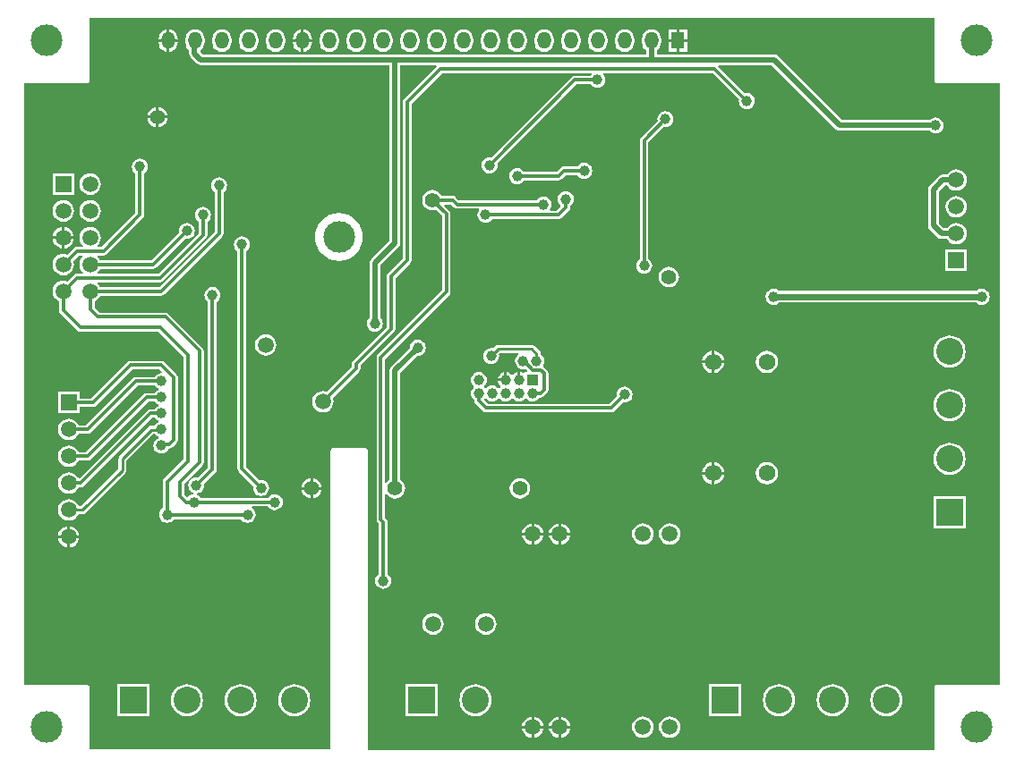
<source format=gbl>
G04 Layer_Physical_Order=2*
G04 Layer_Color=16711680*
%FSLAX23Y23*%
%MOIN*%
G70*
G01*
G75*
%ADD26C,0.010*%
%ADD27C,0.020*%
%ADD28C,0.012*%
%ADD30C,0.020*%
%ADD31C,0.024*%
%ADD36C,0.059*%
%ADD37C,0.055*%
%ADD38R,0.059X0.059*%
%ADD39C,0.118*%
%ADD40O,0.051X0.063*%
%ADD41R,0.051X0.063*%
%ADD42C,0.062*%
%ADD43C,0.039*%
%ADD44R,0.039X0.039*%
%ADD45C,0.100*%
%ADD46R,0.100X0.100*%
%ADD47R,0.100X0.100*%
G36*
X1573Y1131D02*
X1574Y1127D01*
X1576Y1124D01*
X1579Y1121D01*
X1583Y1121D01*
X1816D01*
Y-1121D01*
X1583D01*
X1579Y-1121D01*
X1576Y-1124D01*
X1574Y-1127D01*
X1573Y-1131D01*
Y-1364D01*
X-536D01*
Y-300D01*
X-536Y-300D01*
Y-249D01*
X-537Y-245D01*
X-539Y-242D01*
X-542Y-240D01*
X-546Y-239D01*
X-665D01*
X-669Y-240D01*
X-672Y-242D01*
X-674Y-245D01*
X-675Y-249D01*
Y-275D01*
X-675Y-276D01*
Y-1363D01*
X-1573D01*
Y-1131D01*
X-1574Y-1127D01*
X-1576Y-1124D01*
X-1579Y-1121D01*
X-1583Y-1121D01*
X-1815D01*
Y1121D01*
X-1583D01*
X-1579Y1121D01*
X-1576Y1124D01*
X-1574Y1127D01*
X-1573Y1131D01*
Y1363D01*
X1573D01*
Y1131D01*
D02*
G37*
%LPC*%
G36*
X1690Y-420D02*
X1570D01*
Y-540D01*
X1690D01*
Y-420D01*
D02*
G37*
G36*
X183Y-521D02*
Y-555D01*
X217D01*
X217Y-550D01*
X213Y-540D01*
X206Y-532D01*
X198Y-525D01*
X188Y-521D01*
X183Y-521D01*
D02*
G37*
G36*
X173D02*
X168Y-521D01*
X158Y-525D01*
X150Y-532D01*
X143Y-540D01*
X139Y-550D01*
X139Y-555D01*
X173D01*
Y-521D01*
D02*
G37*
G36*
X-708Y-395D02*
X-740D01*
Y-427D01*
X-735Y-427D01*
X-726Y-423D01*
X-718Y-417D01*
X-712Y-409D01*
X-708Y-400D01*
X-708Y-395D01*
D02*
G37*
G36*
X-750D02*
X-782D01*
X-782Y-400D01*
X-778Y-409D01*
X-772Y-417D01*
X-764Y-423D01*
X-755Y-427D01*
X-750Y-427D01*
Y-395D01*
D02*
G37*
G36*
X30Y-352D02*
X20Y-353D01*
X11Y-357D01*
X3Y-363D01*
X-3Y-371D01*
X-7Y-380D01*
X-8Y-390D01*
X-7Y-400D01*
X-3Y-409D01*
X3Y-417D01*
X11Y-423D01*
X20Y-427D01*
X30Y-428D01*
X40Y-427D01*
X49Y-423D01*
X57Y-417D01*
X63Y-409D01*
X67Y-400D01*
X68Y-390D01*
X67Y-380D01*
X63Y-371D01*
X57Y-363D01*
X49Y-357D01*
X40Y-353D01*
X30Y-352D01*
D02*
G37*
G36*
X83Y-521D02*
Y-555D01*
X117D01*
X117Y-550D01*
X113Y-540D01*
X106Y-532D01*
X98Y-525D01*
X88Y-521D01*
X83Y-521D01*
D02*
G37*
G36*
X217Y-565D02*
X183D01*
Y-599D01*
X188Y-599D01*
X198Y-595D01*
X206Y-588D01*
X213Y-580D01*
X217Y-570D01*
X217Y-565D01*
D02*
G37*
G36*
X173D02*
X139D01*
X139Y-570D01*
X143Y-580D01*
X150Y-588D01*
X158Y-595D01*
X168Y-599D01*
X173Y-599D01*
Y-565D01*
D02*
G37*
G36*
X117D02*
X83D01*
Y-599D01*
X88Y-599D01*
X98Y-595D01*
X106Y-588D01*
X113Y-580D01*
X117Y-570D01*
X117Y-565D01*
D02*
G37*
G36*
X73Y-521D02*
X68Y-521D01*
X58Y-525D01*
X50Y-532D01*
X43Y-540D01*
X39Y-550D01*
X39Y-555D01*
X73D01*
Y-521D01*
D02*
G37*
G36*
X-1645Y-531D02*
Y-565D01*
X-1611D01*
X-1611Y-560D01*
X-1615Y-550D01*
X-1622Y-542D01*
X-1630Y-535D01*
X-1640Y-531D01*
X-1645Y-531D01*
D02*
G37*
G36*
X-1655D02*
X-1660Y-531D01*
X-1670Y-535D01*
X-1678Y-542D01*
X-1685Y-550D01*
X-1689Y-560D01*
X-1689Y-565D01*
X-1655D01*
Y-531D01*
D02*
G37*
G36*
X-1005Y550D02*
X-1013Y549D01*
X-1020Y546D01*
X-1026Y541D01*
X-1031Y535D01*
X-1034Y528D01*
X-1035Y520D01*
X-1034Y512D01*
X-1031Y505D01*
X-1026Y499D01*
X-1021Y495D01*
Y-316D01*
X-1020Y-322D01*
X-1016Y-328D01*
X-963Y-381D01*
X-964Y-388D01*
X-963Y-395D01*
X-960Y-403D01*
X-955Y-409D01*
X-949Y-414D01*
X-941Y-417D01*
X-934Y-418D01*
X-926Y-417D01*
X-919Y-414D01*
X-912Y-409D01*
X-908Y-403D01*
X-905Y-395D01*
X-904Y-388D01*
X-905Y-380D01*
X-908Y-373D01*
X-912Y-366D01*
X-919Y-362D01*
X-926Y-359D01*
X-934Y-358D01*
X-940Y-359D01*
X-989Y-310D01*
Y495D01*
X-984Y499D01*
X-979Y505D01*
X-976Y512D01*
X-975Y520D01*
X-976Y528D01*
X-979Y535D01*
X-984Y541D01*
X-990Y546D01*
X-997Y549D01*
X-1005Y550D01*
D02*
G37*
G36*
X-28Y44D02*
X-30Y43D01*
X-38Y40D01*
X-44Y36D01*
X-49Y29D01*
X-52Y22D01*
X-52Y20D01*
X-28D01*
Y44D01*
D02*
G37*
G36*
X1630Y-20D02*
X1618Y-21D01*
X1607Y-24D01*
X1597Y-30D01*
X1587Y-37D01*
X1580Y-47D01*
X1574Y-57D01*
X1571Y-68D01*
X1570Y-80D01*
X1571Y-92D01*
X1574Y-103D01*
X1580Y-113D01*
X1587Y-123D01*
X1597Y-130D01*
X1607Y-136D01*
X1618Y-139D01*
X1630Y-140D01*
X1642Y-139D01*
X1653Y-136D01*
X1663Y-130D01*
X1673Y-123D01*
X1680Y-113D01*
X1686Y-103D01*
X1689Y-92D01*
X1690Y-80D01*
X1689Y-68D01*
X1686Y-57D01*
X1680Y-47D01*
X1673Y-37D01*
X1663Y-30D01*
X1653Y-24D01*
X1642Y-21D01*
X1630Y-20D01*
D02*
G37*
G36*
X755Y-292D02*
Y-328D01*
X791D01*
X790Y-322D01*
X786Y-312D01*
X779Y-304D01*
X771Y-297D01*
X761Y-293D01*
X755Y-292D01*
D02*
G37*
G36*
X745Y77D02*
X709D01*
X710Y71D01*
X714Y61D01*
X721Y53D01*
X729Y46D01*
X739Y42D01*
X745Y41D01*
Y77D01*
D02*
G37*
G36*
X950Y123D02*
X939Y122D01*
X929Y118D01*
X921Y111D01*
X914Y103D01*
X910Y93D01*
X909Y82D01*
X910Y71D01*
X914Y61D01*
X921Y53D01*
X929Y46D01*
X939Y42D01*
X950Y41D01*
X961Y42D01*
X971Y46D01*
X979Y53D01*
X986Y61D01*
X990Y71D01*
X991Y82D01*
X990Y93D01*
X986Y103D01*
X979Y111D01*
X971Y118D01*
X961Y122D01*
X950Y123D01*
D02*
G37*
G36*
X-1305Y86D02*
X-1420D01*
X-1426Y85D01*
X-1431Y81D01*
X-1567Y-54D01*
X-1610D01*
Y-30D01*
X-1690D01*
Y-110D01*
X-1610D01*
Y-86D01*
X-1560D01*
X-1554Y-85D01*
X-1549Y-81D01*
X-1413Y54D01*
X-1312D01*
X-1303Y45D01*
X-1305Y40D01*
X-1305Y40D01*
X-1313Y39D01*
X-1320Y36D01*
X-1326Y31D01*
X-1330Y26D01*
X-1400D01*
X-1406Y25D01*
X-1411Y21D01*
X-1587Y-154D01*
X-1614D01*
X-1615Y-150D01*
X-1622Y-142D01*
X-1630Y-135D01*
X-1640Y-131D01*
X-1650Y-130D01*
X-1660Y-131D01*
X-1670Y-135D01*
X-1678Y-142D01*
X-1685Y-150D01*
X-1689Y-160D01*
X-1690Y-170D01*
X-1689Y-180D01*
X-1685Y-190D01*
X-1678Y-198D01*
X-1670Y-205D01*
X-1660Y-209D01*
X-1650Y-210D01*
X-1640Y-209D01*
X-1630Y-205D01*
X-1622Y-198D01*
X-1615Y-190D01*
X-1614Y-186D01*
X-1580D01*
X-1574Y-185D01*
X-1569Y-181D01*
X-1393Y-6D01*
X-1330D01*
X-1326Y-11D01*
X-1320Y-16D01*
X-1317Y-17D01*
Y-23D01*
X-1320Y-24D01*
X-1326Y-29D01*
X-1330Y-34D01*
X-1360D01*
X-1366Y-35D01*
X-1371Y-39D01*
X-1587Y-254D01*
X-1614D01*
X-1615Y-250D01*
X-1622Y-242D01*
X-1630Y-235D01*
X-1640Y-231D01*
X-1650Y-230D01*
X-1660Y-231D01*
X-1670Y-235D01*
X-1678Y-242D01*
X-1685Y-250D01*
X-1689Y-260D01*
X-1690Y-270D01*
X-1689Y-280D01*
X-1685Y-290D01*
X-1678Y-298D01*
X-1670Y-305D01*
X-1660Y-309D01*
X-1650Y-310D01*
X-1640Y-309D01*
X-1630Y-305D01*
X-1622Y-298D01*
X-1615Y-290D01*
X-1614Y-286D01*
X-1580D01*
X-1574Y-285D01*
X-1569Y-281D01*
X-1353Y-66D01*
X-1330D01*
X-1326Y-71D01*
X-1320Y-76D01*
X-1317Y-77D01*
Y-83D01*
X-1320Y-84D01*
X-1326Y-89D01*
X-1330Y-94D01*
X-1345D01*
X-1351Y-95D01*
X-1356Y-99D01*
X-1609Y-352D01*
X-1615Y-350D01*
X-1615Y-350D01*
X-1622Y-342D01*
X-1630Y-335D01*
X-1640Y-331D01*
X-1650Y-330D01*
X-1660Y-331D01*
X-1670Y-335D01*
X-1678Y-342D01*
X-1685Y-350D01*
X-1689Y-360D01*
X-1690Y-370D01*
X-1689Y-380D01*
X-1685Y-390D01*
X-1678Y-398D01*
X-1670Y-405D01*
X-1660Y-409D01*
X-1650Y-410D01*
X-1640Y-409D01*
X-1630Y-405D01*
X-1622Y-398D01*
X-1615Y-390D01*
X-1614Y-386D01*
X-1605D01*
X-1599Y-385D01*
X-1594Y-381D01*
X-1338Y-126D01*
X-1330D01*
X-1326Y-131D01*
X-1320Y-136D01*
X-1317Y-137D01*
Y-143D01*
X-1320Y-144D01*
X-1326Y-149D01*
X-1331Y-155D01*
X-1331Y-156D01*
X-1341D01*
X-1347Y-157D01*
X-1352Y-160D01*
X-1461Y-269D01*
X-1464Y-274D01*
X-1465Y-280D01*
Y-315D01*
X-1605Y-455D01*
X-1614D01*
X-1615Y-450D01*
X-1622Y-442D01*
X-1630Y-435D01*
X-1640Y-431D01*
X-1650Y-430D01*
X-1660Y-431D01*
X-1670Y-435D01*
X-1678Y-442D01*
X-1685Y-450D01*
X-1689Y-460D01*
X-1690Y-470D01*
X-1689Y-480D01*
X-1685Y-490D01*
X-1678Y-498D01*
X-1670Y-505D01*
X-1660Y-509D01*
X-1650Y-510D01*
X-1640Y-509D01*
X-1630Y-505D01*
X-1622Y-498D01*
X-1615Y-490D01*
X-1614Y-485D01*
X-1599D01*
X-1593Y-484D01*
X-1588Y-481D01*
X-1439Y-332D01*
X-1436Y-327D01*
X-1435Y-321D01*
Y-286D01*
X-1335Y-186D01*
X-1330Y-187D01*
X-1326Y-191D01*
X-1320Y-196D01*
X-1317Y-197D01*
Y-203D01*
X-1320Y-204D01*
X-1326Y-209D01*
X-1331Y-215D01*
X-1334Y-222D01*
X-1335Y-230D01*
X-1334Y-238D01*
X-1331Y-245D01*
X-1326Y-251D01*
X-1320Y-256D01*
X-1313Y-259D01*
X-1305Y-260D01*
X-1297Y-259D01*
X-1290Y-256D01*
X-1284Y-251D01*
X-1279Y-245D01*
X-1278Y-241D01*
X-1275D01*
X-1268Y-240D01*
X-1263Y-236D01*
X-1249Y-222D01*
X-1245Y-217D01*
X-1244Y-210D01*
Y25D01*
X-1245Y31D01*
X-1249Y36D01*
X-1294Y81D01*
X-1299Y85D01*
X-1305Y86D01*
D02*
G37*
G36*
X745Y-292D02*
X739Y-293D01*
X729Y-297D01*
X721Y-304D01*
X714Y-312D01*
X710Y-322D01*
X709Y-328D01*
X745D01*
Y-292D01*
D02*
G37*
G36*
X950Y-292D02*
X939Y-293D01*
X929Y-297D01*
X921Y-304D01*
X914Y-312D01*
X910Y-322D01*
X909Y-333D01*
X910Y-344D01*
X914Y-354D01*
X921Y-362D01*
X929Y-369D01*
X939Y-373D01*
X950Y-374D01*
X961Y-373D01*
X971Y-369D01*
X979Y-362D01*
X986Y-354D01*
X990Y-344D01*
X991Y-333D01*
X990Y-322D01*
X986Y-312D01*
X979Y-304D01*
X971Y-297D01*
X961Y-293D01*
X950Y-292D01*
D02*
G37*
G36*
X-740Y-353D02*
Y-385D01*
X-708D01*
X-708Y-380D01*
X-712Y-371D01*
X-718Y-363D01*
X-726Y-357D01*
X-735Y-353D01*
X-740Y-353D01*
D02*
G37*
G36*
X-750D02*
X-755Y-353D01*
X-764Y-357D01*
X-772Y-363D01*
X-778Y-371D01*
X-782Y-380D01*
X-782Y-385D01*
X-750D01*
Y-353D01*
D02*
G37*
G36*
X1630Y-220D02*
X1618Y-221D01*
X1607Y-224D01*
X1597Y-230D01*
X1587Y-237D01*
X1580Y-247D01*
X1574Y-257D01*
X1571Y-268D01*
X1570Y-280D01*
X1571Y-292D01*
X1574Y-303D01*
X1580Y-313D01*
X1587Y-323D01*
X1597Y-330D01*
X1607Y-336D01*
X1618Y-339D01*
X1630Y-340D01*
X1642Y-339D01*
X1653Y-336D01*
X1663Y-330D01*
X1673Y-323D01*
X1680Y-313D01*
X1686Y-303D01*
X1689Y-292D01*
X1690Y-280D01*
X1689Y-268D01*
X1686Y-257D01*
X1680Y-247D01*
X1673Y-237D01*
X1663Y-230D01*
X1653Y-224D01*
X1642Y-221D01*
X1630Y-220D01*
D02*
G37*
G36*
X791Y-338D02*
X755D01*
Y-374D01*
X761Y-373D01*
X771Y-369D01*
X779Y-362D01*
X786Y-354D01*
X790Y-344D01*
X791Y-338D01*
D02*
G37*
G36*
X745D02*
X709D01*
X710Y-344D01*
X714Y-354D01*
X721Y-362D01*
X729Y-369D01*
X739Y-373D01*
X745Y-374D01*
Y-338D01*
D02*
G37*
G36*
X183Y-1241D02*
Y-1275D01*
X217D01*
X217Y-1270D01*
X213Y-1260D01*
X206Y-1252D01*
X198Y-1245D01*
X188Y-1241D01*
X183Y-1241D01*
D02*
G37*
G36*
X173D02*
X168Y-1241D01*
X158Y-1245D01*
X150Y-1252D01*
X143Y-1260D01*
X139Y-1270D01*
X139Y-1275D01*
X173D01*
Y-1241D01*
D02*
G37*
G36*
X83D02*
Y-1275D01*
X117D01*
X117Y-1270D01*
X113Y-1260D01*
X106Y-1252D01*
X98Y-1245D01*
X88Y-1241D01*
X83Y-1241D01*
D02*
G37*
G36*
X-810Y-1120D02*
X-822Y-1121D01*
X-833Y-1124D01*
X-843Y-1130D01*
X-853Y-1137D01*
X-860Y-1147D01*
X-866Y-1157D01*
X-869Y-1168D01*
X-870Y-1180D01*
X-869Y-1192D01*
X-866Y-1203D01*
X-860Y-1213D01*
X-853Y-1223D01*
X-843Y-1230D01*
X-833Y-1236D01*
X-822Y-1239D01*
X-810Y-1240D01*
X-798Y-1239D01*
X-787Y-1236D01*
X-777Y-1230D01*
X-767Y-1223D01*
X-760Y-1213D01*
X-754Y-1203D01*
X-751Y-1192D01*
X-750Y-1180D01*
X-751Y-1168D01*
X-754Y-1157D01*
X-760Y-1147D01*
X-767Y-1137D01*
X-777Y-1130D01*
X-787Y-1124D01*
X-798Y-1121D01*
X-810Y-1120D01*
D02*
G37*
G36*
X-1010D02*
X-1022Y-1121D01*
X-1033Y-1124D01*
X-1043Y-1130D01*
X-1053Y-1137D01*
X-1060Y-1147D01*
X-1066Y-1157D01*
X-1069Y-1168D01*
X-1070Y-1180D01*
X-1069Y-1192D01*
X-1066Y-1203D01*
X-1060Y-1213D01*
X-1053Y-1223D01*
X-1043Y-1230D01*
X-1033Y-1236D01*
X-1022Y-1239D01*
X-1010Y-1240D01*
X-998Y-1239D01*
X-987Y-1236D01*
X-977Y-1230D01*
X-967Y-1223D01*
X-960Y-1213D01*
X-954Y-1203D01*
X-951Y-1192D01*
X-950Y-1180D01*
X-951Y-1168D01*
X-954Y-1157D01*
X-960Y-1147D01*
X-967Y-1137D01*
X-977Y-1130D01*
X-987Y-1124D01*
X-998Y-1121D01*
X-1010Y-1120D01*
D02*
G37*
G36*
X-1210D02*
X-1222Y-1121D01*
X-1233Y-1124D01*
X-1243Y-1130D01*
X-1253Y-1137D01*
X-1260Y-1147D01*
X-1266Y-1157D01*
X-1269Y-1168D01*
X-1270Y-1180D01*
X-1269Y-1192D01*
X-1266Y-1203D01*
X-1260Y-1213D01*
X-1253Y-1223D01*
X-1243Y-1230D01*
X-1233Y-1236D01*
X-1222Y-1239D01*
X-1210Y-1240D01*
X-1198Y-1239D01*
X-1187Y-1236D01*
X-1177Y-1230D01*
X-1167Y-1223D01*
X-1160Y-1213D01*
X-1154Y-1203D01*
X-1151Y-1192D01*
X-1150Y-1180D01*
X-1151Y-1168D01*
X-1154Y-1157D01*
X-1160Y-1147D01*
X-1167Y-1137D01*
X-1177Y-1130D01*
X-1187Y-1124D01*
X-1198Y-1121D01*
X-1210Y-1120D01*
D02*
G37*
G36*
X73Y-1241D02*
X68Y-1241D01*
X58Y-1245D01*
X50Y-1252D01*
X43Y-1260D01*
X39Y-1270D01*
X39Y-1275D01*
X73D01*
Y-1241D01*
D02*
G37*
G36*
Y-1285D02*
X39D01*
X39Y-1290D01*
X43Y-1300D01*
X50Y-1308D01*
X58Y-1315D01*
X68Y-1319D01*
X73Y-1319D01*
Y-1285D01*
D02*
G37*
G36*
X588Y-1240D02*
X578Y-1241D01*
X568Y-1245D01*
X560Y-1252D01*
X553Y-1260D01*
X549Y-1270D01*
X548Y-1280D01*
X549Y-1290D01*
X553Y-1300D01*
X560Y-1308D01*
X568Y-1315D01*
X578Y-1319D01*
X588Y-1320D01*
X598Y-1319D01*
X608Y-1315D01*
X616Y-1308D01*
X623Y-1300D01*
X627Y-1290D01*
X628Y-1280D01*
X627Y-1270D01*
X623Y-1260D01*
X616Y-1252D01*
X608Y-1245D01*
X598Y-1241D01*
X588Y-1240D01*
D02*
G37*
G36*
X488D02*
X478Y-1241D01*
X468Y-1245D01*
X460Y-1252D01*
X453Y-1260D01*
X449Y-1270D01*
X448Y-1280D01*
X449Y-1290D01*
X453Y-1300D01*
X460Y-1308D01*
X468Y-1315D01*
X478Y-1319D01*
X488Y-1320D01*
X498Y-1319D01*
X508Y-1315D01*
X516Y-1308D01*
X523Y-1300D01*
X527Y-1290D01*
X528Y-1280D01*
X527Y-1270D01*
X523Y-1260D01*
X516Y-1252D01*
X508Y-1245D01*
X498Y-1241D01*
X488Y-1240D01*
D02*
G37*
G36*
X217Y-1285D02*
X183D01*
Y-1319D01*
X188Y-1319D01*
X198Y-1315D01*
X206Y-1308D01*
X213Y-1300D01*
X217Y-1290D01*
X217Y-1285D01*
D02*
G37*
G36*
X173D02*
X139D01*
X139Y-1290D01*
X143Y-1300D01*
X150Y-1308D01*
X158Y-1315D01*
X168Y-1319D01*
X173Y-1319D01*
Y-1285D01*
D02*
G37*
G36*
X117D02*
X83D01*
Y-1319D01*
X88Y-1319D01*
X98Y-1315D01*
X106Y-1308D01*
X113Y-1300D01*
X117Y-1290D01*
X117Y-1285D01*
D02*
G37*
G36*
X-135Y-1120D02*
X-147Y-1121D01*
X-158Y-1124D01*
X-168Y-1130D01*
X-178Y-1137D01*
X-185Y-1147D01*
X-191Y-1157D01*
X-194Y-1168D01*
X-195Y-1180D01*
X-194Y-1192D01*
X-191Y-1203D01*
X-185Y-1213D01*
X-178Y-1223D01*
X-168Y-1230D01*
X-158Y-1236D01*
X-147Y-1239D01*
X-135Y-1240D01*
X-123Y-1239D01*
X-112Y-1236D01*
X-102Y-1230D01*
X-92Y-1223D01*
X-85Y-1213D01*
X-79Y-1203D01*
X-76Y-1192D01*
X-75Y-1180D01*
X-76Y-1168D01*
X-79Y-1157D01*
X-85Y-1147D01*
X-92Y-1137D01*
X-102Y-1130D01*
X-112Y-1124D01*
X-123Y-1121D01*
X-135Y-1120D01*
D02*
G37*
G36*
X-1611Y-575D02*
X-1645D01*
Y-609D01*
X-1640Y-609D01*
X-1630Y-605D01*
X-1622Y-598D01*
X-1615Y-590D01*
X-1611Y-580D01*
X-1611Y-575D01*
D02*
G37*
G36*
X-1655D02*
X-1689D01*
X-1689Y-580D01*
X-1685Y-590D01*
X-1678Y-598D01*
X-1670Y-605D01*
X-1660Y-609D01*
X-1655Y-609D01*
Y-575D01*
D02*
G37*
G36*
X-97Y-855D02*
X-107Y-856D01*
X-117Y-860D01*
X-125Y-867D01*
X-131Y-875D01*
X-135Y-885D01*
X-136Y-895D01*
X-135Y-905D01*
X-131Y-915D01*
X-125Y-923D01*
X-117Y-930D01*
X-107Y-934D01*
X-97Y-935D01*
X-86Y-934D01*
X-77Y-930D01*
X-68Y-923D01*
X-62Y-915D01*
X-58Y-905D01*
X-57Y-895D01*
X-58Y-885D01*
X-62Y-875D01*
X-68Y-867D01*
X-77Y-860D01*
X-86Y-856D01*
X-97Y-855D01*
D02*
G37*
G36*
X73Y-565D02*
X39D01*
X39Y-570D01*
X43Y-580D01*
X50Y-588D01*
X58Y-595D01*
X68Y-599D01*
X73Y-599D01*
Y-565D01*
D02*
G37*
G36*
X588Y-520D02*
X578Y-521D01*
X568Y-525D01*
X560Y-532D01*
X553Y-540D01*
X549Y-550D01*
X548Y-560D01*
X549Y-570D01*
X553Y-580D01*
X560Y-588D01*
X568Y-595D01*
X578Y-599D01*
X588Y-600D01*
X598Y-599D01*
X608Y-595D01*
X616Y-588D01*
X623Y-580D01*
X627Y-570D01*
X628Y-560D01*
X627Y-550D01*
X623Y-540D01*
X616Y-532D01*
X608Y-525D01*
X598Y-521D01*
X588Y-520D01*
D02*
G37*
G36*
X488D02*
X478Y-521D01*
X468Y-525D01*
X460Y-532D01*
X453Y-540D01*
X449Y-550D01*
X448Y-560D01*
X449Y-570D01*
X453Y-580D01*
X460Y-588D01*
X468Y-595D01*
X478Y-599D01*
X488Y-600D01*
X498Y-599D01*
X508Y-595D01*
X516Y-588D01*
X523Y-580D01*
X527Y-570D01*
X528Y-560D01*
X527Y-550D01*
X523Y-540D01*
X516Y-532D01*
X508Y-525D01*
X498Y-521D01*
X488Y-520D01*
D02*
G37*
G36*
X-293Y-855D02*
X-304Y-856D01*
X-313Y-860D01*
X-322Y-867D01*
X-328Y-875D01*
X-332Y-885D01*
X-333Y-895D01*
X-332Y-905D01*
X-328Y-915D01*
X-322Y-923D01*
X-313Y-930D01*
X-304Y-934D01*
X-293Y-935D01*
X-283Y-934D01*
X-273Y-930D01*
X-265Y-923D01*
X-259Y-915D01*
X-255Y-905D01*
X-254Y-895D01*
X-255Y-885D01*
X-259Y-875D01*
X-265Y-867D01*
X-273Y-860D01*
X-283Y-856D01*
X-293Y-855D01*
D02*
G37*
G36*
X1395Y-1120D02*
X1383Y-1121D01*
X1372Y-1124D01*
X1362Y-1130D01*
X1352Y-1137D01*
X1345Y-1147D01*
X1339Y-1157D01*
X1336Y-1168D01*
X1335Y-1180D01*
X1336Y-1192D01*
X1339Y-1203D01*
X1345Y-1213D01*
X1352Y-1223D01*
X1362Y-1230D01*
X1372Y-1236D01*
X1383Y-1239D01*
X1395Y-1240D01*
X1407Y-1239D01*
X1418Y-1236D01*
X1428Y-1230D01*
X1438Y-1223D01*
X1445Y-1213D01*
X1451Y-1203D01*
X1454Y-1192D01*
X1455Y-1180D01*
X1454Y-1168D01*
X1451Y-1157D01*
X1445Y-1147D01*
X1438Y-1137D01*
X1428Y-1130D01*
X1418Y-1124D01*
X1407Y-1121D01*
X1395Y-1120D01*
D02*
G37*
G36*
X1195D02*
X1183Y-1121D01*
X1172Y-1124D01*
X1162Y-1130D01*
X1152Y-1137D01*
X1145Y-1147D01*
X1139Y-1157D01*
X1136Y-1168D01*
X1135Y-1180D01*
X1136Y-1192D01*
X1139Y-1203D01*
X1145Y-1213D01*
X1152Y-1223D01*
X1162Y-1230D01*
X1172Y-1236D01*
X1183Y-1239D01*
X1195Y-1240D01*
X1207Y-1239D01*
X1218Y-1236D01*
X1228Y-1230D01*
X1238Y-1223D01*
X1245Y-1213D01*
X1251Y-1203D01*
X1254Y-1192D01*
X1255Y-1180D01*
X1254Y-1168D01*
X1251Y-1157D01*
X1245Y-1147D01*
X1238Y-1137D01*
X1228Y-1130D01*
X1218Y-1124D01*
X1207Y-1121D01*
X1195Y-1120D01*
D02*
G37*
G36*
X995D02*
X983Y-1121D01*
X972Y-1124D01*
X962Y-1130D01*
X952Y-1137D01*
X945Y-1147D01*
X939Y-1157D01*
X936Y-1168D01*
X935Y-1180D01*
X936Y-1192D01*
X939Y-1203D01*
X945Y-1213D01*
X952Y-1223D01*
X962Y-1230D01*
X972Y-1236D01*
X983Y-1239D01*
X995Y-1240D01*
X1007Y-1239D01*
X1018Y-1236D01*
X1028Y-1230D01*
X1038Y-1223D01*
X1045Y-1213D01*
X1051Y-1203D01*
X1054Y-1192D01*
X1055Y-1180D01*
X1054Y-1168D01*
X1051Y-1157D01*
X1045Y-1147D01*
X1038Y-1137D01*
X1028Y-1130D01*
X1018Y-1124D01*
X1007Y-1121D01*
X995Y-1120D01*
D02*
G37*
G36*
X855Y-1120D02*
X735D01*
Y-1240D01*
X855D01*
Y-1120D01*
D02*
G37*
G36*
X-275D02*
X-395D01*
Y-1240D01*
X-275D01*
Y-1120D01*
D02*
G37*
G36*
X-1350D02*
X-1470D01*
Y-1240D01*
X-1350D01*
Y-1120D01*
D02*
G37*
G36*
X791Y77D02*
X755D01*
Y41D01*
X761Y42D01*
X771Y46D01*
X779Y53D01*
X786Y61D01*
X790Y71D01*
X791Y77D01*
D02*
G37*
G36*
X-80Y1321D02*
X-89Y1320D01*
X-97Y1317D01*
X-105Y1311D01*
X-111Y1303D01*
X-114Y1295D01*
X-115Y1285D01*
Y1274D01*
X-114Y1264D01*
X-111Y1256D01*
X-105Y1248D01*
X-97Y1243D01*
X-89Y1239D01*
X-80Y1238D01*
X-70Y1239D01*
X-62Y1243D01*
X-54Y1248D01*
X-48Y1256D01*
X-45Y1264D01*
X-44Y1274D01*
Y1285D01*
X-45Y1295D01*
X-48Y1303D01*
X-54Y1311D01*
X-62Y1317D01*
X-70Y1320D01*
X-80Y1321D01*
D02*
G37*
G36*
X-180D02*
X-189Y1320D01*
X-197Y1317D01*
X-205Y1311D01*
X-211Y1303D01*
X-214Y1295D01*
X-215Y1285D01*
Y1274D01*
X-214Y1264D01*
X-211Y1256D01*
X-205Y1248D01*
X-197Y1243D01*
X-189Y1239D01*
X-180Y1238D01*
X-170Y1239D01*
X-162Y1243D01*
X-154Y1248D01*
X-148Y1256D01*
X-145Y1264D01*
X-144Y1274D01*
Y1285D01*
X-145Y1295D01*
X-148Y1303D01*
X-154Y1311D01*
X-162Y1317D01*
X-170Y1320D01*
X-180Y1321D01*
D02*
G37*
G36*
X-280D02*
X-289Y1320D01*
X-297Y1317D01*
X-305Y1311D01*
X-311Y1303D01*
X-314Y1295D01*
X-315Y1285D01*
Y1274D01*
X-314Y1264D01*
X-311Y1256D01*
X-305Y1248D01*
X-297Y1243D01*
X-289Y1239D01*
X-280Y1238D01*
X-270Y1239D01*
X-262Y1243D01*
X-254Y1248D01*
X-248Y1256D01*
X-245Y1264D01*
X-244Y1274D01*
Y1285D01*
X-245Y1295D01*
X-248Y1303D01*
X-254Y1311D01*
X-262Y1317D01*
X-270Y1320D01*
X-280Y1321D01*
D02*
G37*
G36*
X220D02*
X211Y1320D01*
X203Y1317D01*
X195Y1311D01*
X189Y1303D01*
X186Y1295D01*
X185Y1285D01*
Y1274D01*
X186Y1264D01*
X189Y1256D01*
X195Y1248D01*
X203Y1243D01*
X211Y1239D01*
X220Y1238D01*
X230Y1239D01*
X238Y1243D01*
X246Y1248D01*
X252Y1256D01*
X255Y1264D01*
X256Y1274D01*
Y1285D01*
X255Y1295D01*
X252Y1303D01*
X246Y1311D01*
X238Y1317D01*
X230Y1320D01*
X220Y1321D01*
D02*
G37*
G36*
X120D02*
X111Y1320D01*
X103Y1317D01*
X95Y1311D01*
X89Y1303D01*
X86Y1295D01*
X85Y1285D01*
Y1274D01*
X86Y1264D01*
X89Y1256D01*
X95Y1248D01*
X103Y1243D01*
X111Y1239D01*
X120Y1238D01*
X130Y1239D01*
X138Y1243D01*
X146Y1248D01*
X152Y1256D01*
X155Y1264D01*
X156Y1274D01*
Y1285D01*
X155Y1295D01*
X152Y1303D01*
X146Y1311D01*
X138Y1317D01*
X130Y1320D01*
X120Y1321D01*
D02*
G37*
G36*
X20D02*
X11Y1320D01*
X3Y1317D01*
X-5Y1311D01*
X-11Y1303D01*
X-14Y1295D01*
X-15Y1285D01*
Y1274D01*
X-14Y1264D01*
X-11Y1256D01*
X-5Y1248D01*
X3Y1243D01*
X11Y1239D01*
X20Y1238D01*
X30Y1239D01*
X38Y1243D01*
X46Y1248D01*
X52Y1256D01*
X55Y1264D01*
X56Y1274D01*
Y1285D01*
X55Y1295D01*
X52Y1303D01*
X46Y1311D01*
X38Y1317D01*
X30Y1320D01*
X20Y1321D01*
D02*
G37*
G36*
X-380D02*
X-389Y1320D01*
X-397Y1317D01*
X-405Y1311D01*
X-411Y1303D01*
X-414Y1295D01*
X-415Y1285D01*
Y1274D01*
X-414Y1264D01*
X-411Y1256D01*
X-405Y1248D01*
X-397Y1243D01*
X-389Y1239D01*
X-380Y1238D01*
X-370Y1239D01*
X-362Y1243D01*
X-354Y1248D01*
X-348Y1256D01*
X-345Y1264D01*
X-344Y1274D01*
Y1285D01*
X-345Y1295D01*
X-348Y1303D01*
X-354Y1311D01*
X-362Y1317D01*
X-370Y1320D01*
X-380Y1321D01*
D02*
G37*
G36*
X-880D02*
X-889Y1320D01*
X-897Y1317D01*
X-905Y1311D01*
X-911Y1303D01*
X-914Y1295D01*
X-915Y1285D01*
Y1274D01*
X-914Y1264D01*
X-911Y1256D01*
X-905Y1248D01*
X-897Y1243D01*
X-889Y1239D01*
X-880Y1238D01*
X-870Y1239D01*
X-862Y1243D01*
X-854Y1248D01*
X-848Y1256D01*
X-845Y1264D01*
X-844Y1274D01*
Y1285D01*
X-845Y1295D01*
X-848Y1303D01*
X-854Y1311D01*
X-862Y1317D01*
X-870Y1320D01*
X-880Y1321D01*
D02*
G37*
G36*
X-980D02*
X-989Y1320D01*
X-997Y1317D01*
X-1005Y1311D01*
X-1011Y1303D01*
X-1014Y1295D01*
X-1015Y1285D01*
Y1274D01*
X-1014Y1264D01*
X-1011Y1256D01*
X-1005Y1248D01*
X-997Y1243D01*
X-989Y1239D01*
X-980Y1238D01*
X-970Y1239D01*
X-962Y1243D01*
X-954Y1248D01*
X-948Y1256D01*
X-945Y1264D01*
X-944Y1274D01*
Y1285D01*
X-945Y1295D01*
X-948Y1303D01*
X-954Y1311D01*
X-962Y1317D01*
X-970Y1320D01*
X-980Y1321D01*
D02*
G37*
G36*
X-1080D02*
X-1089Y1320D01*
X-1097Y1317D01*
X-1105Y1311D01*
X-1111Y1303D01*
X-1114Y1295D01*
X-1115Y1285D01*
Y1274D01*
X-1114Y1264D01*
X-1111Y1256D01*
X-1105Y1248D01*
X-1097Y1243D01*
X-1089Y1239D01*
X-1080Y1238D01*
X-1070Y1239D01*
X-1062Y1243D01*
X-1054Y1248D01*
X-1048Y1256D01*
X-1045Y1264D01*
X-1044Y1274D01*
Y1285D01*
X-1045Y1295D01*
X-1048Y1303D01*
X-1054Y1311D01*
X-1062Y1317D01*
X-1070Y1320D01*
X-1080Y1321D01*
D02*
G37*
G36*
X-480D02*
X-489Y1320D01*
X-497Y1317D01*
X-505Y1311D01*
X-511Y1303D01*
X-514Y1295D01*
X-515Y1285D01*
Y1274D01*
X-514Y1264D01*
X-511Y1256D01*
X-505Y1248D01*
X-497Y1243D01*
X-489Y1239D01*
X-480Y1238D01*
X-470Y1239D01*
X-462Y1243D01*
X-454Y1248D01*
X-448Y1256D01*
X-445Y1264D01*
X-444Y1274D01*
Y1285D01*
X-445Y1295D01*
X-448Y1303D01*
X-454Y1311D01*
X-462Y1317D01*
X-470Y1320D01*
X-480Y1321D01*
D02*
G37*
G36*
X-580D02*
X-589Y1320D01*
X-597Y1317D01*
X-605Y1311D01*
X-611Y1303D01*
X-614Y1295D01*
X-615Y1285D01*
Y1274D01*
X-614Y1264D01*
X-611Y1256D01*
X-605Y1248D01*
X-597Y1243D01*
X-589Y1239D01*
X-580Y1238D01*
X-570Y1239D01*
X-562Y1243D01*
X-554Y1248D01*
X-548Y1256D01*
X-545Y1264D01*
X-544Y1274D01*
Y1285D01*
X-545Y1295D01*
X-548Y1303D01*
X-554Y1311D01*
X-562Y1317D01*
X-570Y1320D01*
X-580Y1321D01*
D02*
G37*
G36*
X-680D02*
X-689Y1320D01*
X-697Y1317D01*
X-705Y1311D01*
X-711Y1303D01*
X-714Y1295D01*
X-715Y1285D01*
Y1274D01*
X-714Y1264D01*
X-711Y1256D01*
X-705Y1248D01*
X-697Y1243D01*
X-689Y1239D01*
X-680Y1238D01*
X-670Y1239D01*
X-662Y1243D01*
X-654Y1248D01*
X-648Y1256D01*
X-645Y1264D01*
X-644Y1274D01*
Y1285D01*
X-645Y1295D01*
X-648Y1303D01*
X-654Y1311D01*
X-662Y1317D01*
X-670Y1320D01*
X-680Y1321D01*
D02*
G37*
G36*
X320D02*
X311Y1320D01*
X303Y1317D01*
X295Y1311D01*
X289Y1303D01*
X286Y1295D01*
X285Y1285D01*
Y1274D01*
X286Y1264D01*
X289Y1256D01*
X295Y1248D01*
X303Y1243D01*
X311Y1239D01*
X320Y1238D01*
X330Y1239D01*
X338Y1243D01*
X346Y1248D01*
X352Y1256D01*
X355Y1264D01*
X356Y1274D01*
Y1285D01*
X355Y1295D01*
X352Y1303D01*
X346Y1311D01*
X338Y1317D01*
X330Y1320D01*
X320Y1321D01*
D02*
G37*
G36*
X-785Y1321D02*
X-789Y1320D01*
X-797Y1317D01*
X-805Y1311D01*
X-811Y1303D01*
X-814Y1295D01*
X-815Y1285D01*
Y1285D01*
X-785D01*
Y1321D01*
D02*
G37*
G36*
X-1275D02*
Y1285D01*
X-1244D01*
Y1285D01*
X-1245Y1295D01*
X-1248Y1303D01*
X-1254Y1311D01*
X-1262Y1317D01*
X-1270Y1320D01*
X-1275Y1321D01*
D02*
G37*
G36*
X-1285D02*
X-1289Y1320D01*
X-1297Y1317D01*
X-1305Y1311D01*
X-1311Y1303D01*
X-1314Y1295D01*
X-1315Y1285D01*
Y1285D01*
X-1285D01*
Y1321D01*
D02*
G37*
G36*
X654Y1321D02*
X624D01*
Y1285D01*
X654D01*
Y1321D01*
D02*
G37*
G36*
X614D02*
X583D01*
Y1285D01*
X614D01*
Y1321D01*
D02*
G37*
G36*
X-775Y1321D02*
Y1285D01*
X-744D01*
Y1285D01*
X-745Y1295D01*
X-748Y1303D01*
X-754Y1311D01*
X-762Y1317D01*
X-770Y1320D01*
X-775Y1321D01*
D02*
G37*
G36*
X-744Y1275D02*
X-775D01*
Y1238D01*
X-770Y1239D01*
X-762Y1243D01*
X-754Y1248D01*
X-748Y1256D01*
X-745Y1264D01*
X-744Y1274D01*
Y1275D01*
D02*
G37*
G36*
X654D02*
X624D01*
Y1238D01*
X654D01*
Y1275D01*
D02*
G37*
G36*
X614D02*
X583D01*
Y1238D01*
X614D01*
Y1275D01*
D02*
G37*
G36*
X420Y1321D02*
X411Y1320D01*
X403Y1317D01*
X395Y1311D01*
X389Y1303D01*
X386Y1295D01*
X385Y1285D01*
Y1274D01*
X386Y1264D01*
X389Y1256D01*
X395Y1248D01*
X403Y1243D01*
X411Y1239D01*
X420Y1238D01*
X430Y1239D01*
X438Y1243D01*
X446Y1248D01*
X452Y1256D01*
X455Y1264D01*
X456Y1274D01*
Y1285D01*
X455Y1295D01*
X452Y1303D01*
X446Y1311D01*
X438Y1317D01*
X430Y1320D01*
X420Y1321D01*
D02*
G37*
G36*
X-785Y1275D02*
X-815D01*
Y1274D01*
X-814Y1264D01*
X-811Y1256D01*
X-805Y1248D01*
X-797Y1243D01*
X-789Y1239D01*
X-785Y1238D01*
Y1275D01*
D02*
G37*
G36*
X-1244D02*
X-1275D01*
Y1238D01*
X-1270Y1239D01*
X-1262Y1243D01*
X-1254Y1248D01*
X-1248Y1256D01*
X-1245Y1264D01*
X-1244Y1274D01*
Y1275D01*
D02*
G37*
G36*
X-1285D02*
X-1315D01*
Y1274D01*
X-1314Y1264D01*
X-1311Y1256D01*
X-1305Y1248D01*
X-1297Y1243D01*
X-1289Y1239D01*
X-1285Y1238D01*
Y1275D01*
D02*
G37*
G36*
X520Y1321D02*
X511Y1320D01*
X503Y1317D01*
X495Y1311D01*
X489Y1303D01*
X486Y1295D01*
X485Y1285D01*
Y1274D01*
X486Y1264D01*
X489Y1256D01*
X495Y1248D01*
X500Y1244D01*
Y1229D01*
X-1151D01*
X-1160Y1239D01*
X-1160Y1244D01*
X-1154Y1248D01*
X-1148Y1256D01*
X-1145Y1264D01*
X-1144Y1274D01*
Y1285D01*
X-1145Y1295D01*
X-1148Y1303D01*
X-1154Y1311D01*
X-1162Y1317D01*
X-1170Y1320D01*
X-1180Y1321D01*
X-1189Y1320D01*
X-1197Y1317D01*
X-1205Y1311D01*
X-1211Y1303D01*
X-1214Y1295D01*
X-1215Y1285D01*
Y1274D01*
X-1214Y1264D01*
X-1211Y1256D01*
X-1205Y1248D01*
X-1201Y1245D01*
Y1231D01*
X-1200Y1223D01*
X-1195Y1217D01*
X-1173Y1195D01*
X-1167Y1190D01*
X-1159Y1189D01*
X-455D01*
Y533D01*
X-524Y464D01*
X-529Y458D01*
X-530Y450D01*
Y247D01*
X-531Y246D01*
X-536Y240D01*
X-539Y233D01*
X-540Y225D01*
X-539Y217D01*
X-536Y210D01*
X-531Y204D01*
X-525Y199D01*
X-518Y196D01*
X-510Y195D01*
X-502Y196D01*
X-495Y199D01*
X-489Y204D01*
X-484Y210D01*
X-481Y217D01*
X-480Y225D01*
X-481Y233D01*
X-484Y240D01*
X-489Y246D01*
X-490Y247D01*
Y442D01*
X-421Y511D01*
X-416Y517D01*
X-415Y525D01*
Y1189D01*
X-281D01*
X-279Y1184D01*
X-401Y1061D01*
X-405Y1056D01*
X-406Y1050D01*
Y467D01*
X-461Y411D01*
X-465Y406D01*
X-466Y400D01*
Y212D01*
X-591Y86D01*
X-595Y81D01*
X-596Y75D01*
Y65D01*
X-690Y-29D01*
X-694Y-28D01*
X-704Y-26D01*
X-714Y-28D01*
X-724Y-32D01*
X-732Y-38D01*
X-738Y-46D01*
X-742Y-56D01*
X-744Y-66D01*
X-742Y-76D01*
X-738Y-86D01*
X-732Y-94D01*
X-724Y-101D01*
X-714Y-105D01*
X-704Y-106D01*
X-694Y-105D01*
X-684Y-101D01*
X-676Y-94D01*
X-669Y-86D01*
X-665Y-76D01*
X-664Y-66D01*
X-665Y-56D01*
X-667Y-52D01*
X-569Y46D01*
X-565Y52D01*
X-564Y58D01*
Y68D01*
X-439Y194D01*
X-435Y199D01*
X-434Y205D01*
Y393D01*
X-379Y449D01*
X-375Y454D01*
X-374Y460D01*
Y1043D01*
X-258Y1159D01*
X296D01*
X298Y1154D01*
X298Y1154D01*
X294Y1149D01*
X235D01*
X229Y1148D01*
X224Y1144D01*
X-76Y844D01*
X-83Y845D01*
X-90Y844D01*
X-98Y841D01*
X-104Y836D01*
X-109Y830D01*
X-112Y823D01*
X-113Y815D01*
X-112Y807D01*
X-109Y800D01*
X-104Y794D01*
X-98Y789D01*
X-90Y786D01*
X-83Y785D01*
X-75Y786D01*
X-68Y789D01*
X-62Y794D01*
X-57Y800D01*
X-54Y807D01*
X-53Y815D01*
X-54Y821D01*
X242Y1117D01*
X294D01*
X298Y1112D01*
X304Y1107D01*
X312Y1104D01*
X319Y1103D01*
X327Y1104D01*
X334Y1107D01*
X340Y1112D01*
X345Y1118D01*
X348Y1125D01*
X349Y1133D01*
X348Y1140D01*
X345Y1148D01*
X341Y1154D01*
X341Y1154D01*
X342Y1159D01*
X748D01*
X846Y1061D01*
X845Y1055D01*
X846Y1047D01*
X849Y1040D01*
X854Y1034D01*
X860Y1029D01*
X867Y1026D01*
X875Y1025D01*
X883Y1026D01*
X890Y1029D01*
X896Y1034D01*
X901Y1040D01*
X904Y1047D01*
X905Y1055D01*
X904Y1063D01*
X901Y1070D01*
X896Y1076D01*
X890Y1081D01*
X883Y1084D01*
X875Y1085D01*
X869Y1084D01*
X769Y1184D01*
X771Y1189D01*
X968D01*
X1208Y949D01*
X1214Y944D01*
X1222Y943D01*
X1556D01*
X1557Y942D01*
X1563Y937D01*
X1570Y934D01*
X1578Y933D01*
X1586Y934D01*
X1593Y937D01*
X1599Y942D01*
X1604Y948D01*
X1607Y955D01*
X1608Y963D01*
X1607Y971D01*
X1604Y978D01*
X1599Y984D01*
X1593Y989D01*
X1586Y992D01*
X1578Y993D01*
X1570Y992D01*
X1563Y989D01*
X1557Y984D01*
X1556Y983D01*
X1230D01*
X990Y1223D01*
X984Y1228D01*
X976Y1229D01*
X541D01*
Y1244D01*
X546Y1248D01*
X552Y1256D01*
X555Y1264D01*
X556Y1274D01*
Y1285D01*
X555Y1295D01*
X552Y1303D01*
X546Y1311D01*
X538Y1317D01*
X530Y1320D01*
X520Y1321D01*
D02*
G37*
G36*
X-1675Y540D02*
X-1709D01*
X-1709Y535D01*
X-1705Y525D01*
X-1698Y517D01*
X-1690Y510D01*
X-1680Y506D01*
X-1675Y506D01*
Y540D01*
D02*
G37*
G36*
X-644Y637D02*
X-661Y636D01*
X-678Y631D01*
X-693Y622D01*
X-707Y611D01*
X-718Y598D01*
X-726Y582D01*
X-731Y566D01*
X-733Y548D01*
X-731Y531D01*
X-726Y514D01*
X-718Y499D01*
X-707Y485D01*
X-693Y474D01*
X-678Y466D01*
X-661Y461D01*
X-644Y459D01*
X-627Y461D01*
X-610Y466D01*
X-594Y474D01*
X-581Y485D01*
X-570Y499D01*
X-562Y514D01*
X-556Y531D01*
X-555Y548D01*
X-556Y566D01*
X-562Y582D01*
X-570Y598D01*
X-581Y611D01*
X-594Y622D01*
X-610Y631D01*
X-627Y636D01*
X-644Y637D01*
D02*
G37*
G36*
X1695Y500D02*
X1615D01*
Y420D01*
X1695D01*
Y500D01*
D02*
G37*
G36*
X-1675Y584D02*
X-1680Y584D01*
X-1690Y580D01*
X-1698Y573D01*
X-1705Y565D01*
X-1709Y555D01*
X-1709Y550D01*
X-1675D01*
Y584D01*
D02*
G37*
G36*
X-1385Y840D02*
X-1393Y839D01*
X-1400Y836D01*
X-1406Y831D01*
X-1411Y825D01*
X-1414Y818D01*
X-1415Y810D01*
X-1414Y802D01*
X-1411Y795D01*
X-1406Y789D01*
X-1401Y785D01*
Y637D01*
X-1527Y511D01*
X-1541D01*
X-1543Y516D01*
X-1542Y517D01*
X-1535Y525D01*
X-1531Y535D01*
X-1530Y545D01*
X-1531Y555D01*
X-1535Y565D01*
X-1542Y573D01*
X-1550Y580D01*
X-1560Y584D01*
X-1570Y585D01*
X-1580Y584D01*
X-1590Y580D01*
X-1598Y573D01*
X-1605Y565D01*
X-1609Y555D01*
X-1610Y545D01*
X-1609Y535D01*
X-1605Y525D01*
X-1598Y517D01*
X-1597Y516D01*
X-1599Y511D01*
X-1620D01*
X-1626Y510D01*
X-1631Y506D01*
X-1656Y482D01*
X-1660Y484D01*
X-1670Y485D01*
X-1680Y484D01*
X-1690Y480D01*
X-1698Y473D01*
X-1705Y465D01*
X-1709Y455D01*
X-1710Y445D01*
X-1709Y435D01*
X-1705Y425D01*
X-1698Y417D01*
X-1690Y410D01*
X-1680Y406D01*
X-1670Y405D01*
X-1660Y406D01*
X-1650Y410D01*
X-1642Y417D01*
X-1635Y425D01*
X-1631Y435D01*
X-1630Y445D01*
X-1631Y455D01*
X-1633Y459D01*
X-1613Y479D01*
X-1599D01*
X-1597Y474D01*
X-1598Y473D01*
X-1605Y465D01*
X-1609Y455D01*
X-1610Y445D01*
X-1609Y435D01*
X-1605Y425D01*
X-1598Y417D01*
X-1597Y416D01*
X-1599Y411D01*
X-1620D01*
X-1626Y410D01*
X-1631Y406D01*
X-1656Y382D01*
X-1660Y384D01*
X-1670Y385D01*
X-1680Y384D01*
X-1690Y380D01*
X-1698Y373D01*
X-1705Y365D01*
X-1709Y355D01*
X-1710Y345D01*
X-1709Y335D01*
X-1705Y325D01*
X-1698Y317D01*
X-1690Y310D01*
X-1686Y309D01*
Y274D01*
X-1685Y268D01*
X-1681Y263D01*
X-1617Y199D01*
X-1612Y195D01*
X-1606Y194D01*
X-1316D01*
X-1223Y101D01*
Y-281D01*
X-1295Y-353D01*
X-1299Y-359D01*
X-1300Y-365D01*
Y-463D01*
X-1305Y-466D01*
X-1310Y-473D01*
X-1313Y-480D01*
X-1314Y-488D01*
X-1313Y-495D01*
X-1310Y-503D01*
X-1305Y-509D01*
X-1299Y-514D01*
X-1291Y-517D01*
X-1284Y-518D01*
X-1276Y-517D01*
X-1269Y-514D01*
X-1262Y-509D01*
X-1259Y-504D01*
X-1009D01*
X-1005Y-509D01*
X-999Y-514D01*
X-991Y-517D01*
X-984Y-518D01*
X-976Y-517D01*
X-969Y-514D01*
X-962Y-509D01*
X-958Y-503D01*
X-955Y-495D01*
X-954Y-488D01*
X-955Y-480D01*
X-958Y-473D01*
X-962Y-466D01*
X-968Y-462D01*
X-968Y-461D01*
X-967Y-457D01*
X-908D01*
X-904Y-462D01*
X-898Y-467D01*
X-891Y-470D01*
X-883Y-471D01*
X-875Y-470D01*
X-868Y-467D01*
X-862Y-462D01*
X-857Y-456D01*
X-854Y-449D01*
X-853Y-441D01*
X-854Y-433D01*
X-857Y-426D01*
X-862Y-420D01*
X-868Y-415D01*
X-875Y-412D01*
X-883Y-411D01*
X-891Y-412D01*
X-898Y-415D01*
X-904Y-420D01*
X-908Y-425D01*
X-1159D01*
X-1162Y-420D01*
X-1169Y-415D01*
X-1174Y-413D01*
X-1173Y-408D01*
X-1167Y-407D01*
X-1160Y-404D01*
X-1154Y-399D01*
X-1149Y-393D01*
X-1146Y-386D01*
X-1145Y-378D01*
X-1146Y-372D01*
X-1104Y-329D01*
X-1100Y-324D01*
X-1099Y-318D01*
Y306D01*
X-1094Y310D01*
X-1089Y316D01*
X-1086Y323D01*
X-1085Y331D01*
X-1086Y339D01*
X-1089Y346D01*
X-1094Y352D01*
X-1100Y357D01*
X-1107Y360D01*
X-1115Y361D01*
X-1123Y360D01*
X-1130Y357D01*
X-1136Y352D01*
X-1141Y346D01*
X-1144Y339D01*
X-1145Y331D01*
X-1144Y323D01*
X-1141Y316D01*
X-1136Y310D01*
X-1131Y306D01*
Y-311D01*
X-1169Y-349D01*
X-1175Y-348D01*
X-1183Y-349D01*
X-1190Y-352D01*
X-1196Y-357D01*
X-1201Y-363D01*
X-1204Y-370D01*
X-1205Y-378D01*
X-1204Y-386D01*
X-1201Y-393D01*
X-1196Y-399D01*
X-1190Y-404D01*
X-1185Y-406D01*
X-1186Y-411D01*
X-1191Y-412D01*
X-1199Y-415D01*
X-1205Y-420D01*
X-1206Y-421D01*
X-1211Y-421D01*
X-1219Y-413D01*
Y-372D01*
X-1152Y-304D01*
X-1148Y-299D01*
X-1147Y-293D01*
Y123D01*
X-1148Y129D01*
X-1152Y134D01*
X-1279Y261D01*
X-1284Y265D01*
X-1290Y266D01*
X-1535D01*
X-1554Y285D01*
Y309D01*
X-1550Y310D01*
X-1542Y317D01*
X-1535Y325D01*
X-1534Y329D01*
X-1305D01*
X-1299Y330D01*
X-1294Y334D01*
X-1079Y549D01*
X-1075Y554D01*
X-1074Y560D01*
Y715D01*
X-1069Y719D01*
X-1064Y725D01*
X-1061Y732D01*
X-1060Y740D01*
X-1061Y748D01*
X-1064Y755D01*
X-1069Y761D01*
X-1075Y766D01*
X-1082Y769D01*
X-1090Y770D01*
X-1098Y769D01*
X-1105Y766D01*
X-1111Y761D01*
X-1116Y755D01*
X-1119Y748D01*
X-1120Y740D01*
X-1119Y732D01*
X-1116Y725D01*
X-1111Y719D01*
X-1106Y715D01*
Y567D01*
X-1312Y361D01*
X-1534D01*
X-1535Y365D01*
X-1542Y373D01*
X-1543Y374D01*
X-1541Y379D01*
X-1310D01*
X-1304Y380D01*
X-1299Y384D01*
X-1139Y544D01*
X-1135Y549D01*
X-1134Y555D01*
Y605D01*
X-1129Y609D01*
X-1124Y615D01*
X-1121Y622D01*
X-1120Y630D01*
X-1121Y638D01*
X-1124Y645D01*
X-1129Y651D01*
X-1135Y656D01*
X-1142Y659D01*
X-1150Y660D01*
X-1158Y659D01*
X-1165Y656D01*
X-1171Y651D01*
X-1176Y645D01*
X-1179Y638D01*
X-1180Y630D01*
X-1179Y622D01*
X-1176Y615D01*
X-1171Y609D01*
X-1166Y605D01*
Y562D01*
X-1317Y411D01*
X-1541D01*
X-1543Y416D01*
X-1542Y417D01*
X-1535Y425D01*
X-1534Y429D01*
X-1335D01*
X-1329Y430D01*
X-1324Y434D01*
X-1216Y541D01*
X-1210Y540D01*
X-1202Y541D01*
X-1195Y544D01*
X-1189Y549D01*
X-1184Y555D01*
X-1181Y562D01*
X-1180Y570D01*
X-1181Y578D01*
X-1184Y585D01*
X-1189Y591D01*
X-1195Y596D01*
X-1202Y599D01*
X-1210Y600D01*
X-1218Y599D01*
X-1225Y596D01*
X-1231Y591D01*
X-1236Y585D01*
X-1239Y578D01*
X-1240Y570D01*
X-1239Y564D01*
X-1342Y461D01*
X-1534D01*
X-1535Y465D01*
X-1542Y473D01*
X-1543Y474D01*
X-1541Y479D01*
X-1520D01*
X-1514Y480D01*
X-1509Y484D01*
X-1374Y619D01*
X-1370Y624D01*
X-1369Y630D01*
Y785D01*
X-1364Y789D01*
X-1359Y795D01*
X-1356Y802D01*
X-1355Y810D01*
X-1356Y818D01*
X-1359Y825D01*
X-1364Y831D01*
X-1370Y836D01*
X-1377Y839D01*
X-1385Y840D01*
D02*
G37*
G36*
X-1631Y540D02*
X-1665D01*
Y506D01*
X-1660Y506D01*
X-1650Y510D01*
X-1642Y517D01*
X-1635Y525D01*
X-1631Y535D01*
X-1631Y540D01*
D02*
G37*
G36*
X585Y437D02*
X575Y436D01*
X566Y432D01*
X558Y426D01*
X552Y418D01*
X548Y409D01*
X547Y399D01*
X548Y389D01*
X552Y380D01*
X558Y372D01*
X566Y366D01*
X575Y362D01*
X585Y361D01*
X595Y362D01*
X604Y366D01*
X612Y372D01*
X618Y380D01*
X622Y389D01*
X623Y399D01*
X622Y409D01*
X618Y418D01*
X612Y426D01*
X604Y432D01*
X595Y436D01*
X585Y437D01*
D02*
G37*
G36*
X755Y123D02*
Y87D01*
X791D01*
X790Y93D01*
X786Y103D01*
X779Y111D01*
X771Y118D01*
X761Y122D01*
X755Y123D01*
D02*
G37*
G36*
X745D02*
X739Y122D01*
X729Y118D01*
X721Y111D01*
X714Y103D01*
X710Y93D01*
X709Y87D01*
X745D01*
Y123D01*
D02*
G37*
G36*
X1630Y180D02*
X1618Y179D01*
X1607Y176D01*
X1597Y170D01*
X1587Y163D01*
X1580Y153D01*
X1574Y143D01*
X1571Y132D01*
X1570Y120D01*
X1571Y108D01*
X1574Y97D01*
X1580Y87D01*
X1587Y77D01*
X1597Y70D01*
X1607Y64D01*
X1618Y61D01*
X1630Y60D01*
X1642Y61D01*
X1653Y64D01*
X1663Y70D01*
X1673Y77D01*
X1680Y87D01*
X1686Y97D01*
X1689Y108D01*
X1690Y120D01*
X1689Y132D01*
X1686Y143D01*
X1680Y153D01*
X1673Y163D01*
X1663Y170D01*
X1653Y176D01*
X1642Y179D01*
X1630Y180D01*
D02*
G37*
G36*
X1750Y355D02*
X1742Y354D01*
X1735Y351D01*
X1730Y347D01*
X995D01*
X990Y351D01*
X983Y354D01*
X975Y355D01*
X967Y354D01*
X960Y351D01*
X954Y346D01*
X949Y340D01*
X946Y333D01*
X945Y325D01*
X946Y317D01*
X949Y310D01*
X954Y304D01*
X960Y299D01*
X967Y296D01*
X975Y295D01*
X983Y296D01*
X990Y299D01*
X995Y303D01*
X1730D01*
X1735Y299D01*
X1742Y296D01*
X1750Y295D01*
X1758Y296D01*
X1765Y299D01*
X1771Y304D01*
X1776Y310D01*
X1779Y317D01*
X1780Y325D01*
X1779Y333D01*
X1776Y340D01*
X1771Y346D01*
X1765Y351D01*
X1758Y354D01*
X1750Y355D01*
D02*
G37*
G36*
X74Y145D02*
X-50D01*
X-56Y144D01*
X-61Y141D01*
X-70Y132D01*
X-77Y133D01*
X-85Y132D01*
X-92Y129D01*
X-98Y124D01*
X-103Y118D01*
X-106Y111D01*
X-107Y103D01*
X-106Y95D01*
X-103Y88D01*
X-98Y82D01*
X-92Y77D01*
X-85Y74D01*
X-77Y73D01*
X-69Y74D01*
X-62Y77D01*
X-56Y82D01*
X-51Y88D01*
X-48Y95D01*
X-47Y103D01*
X-48Y110D01*
X-44Y115D01*
X24D01*
X25Y110D01*
X21Y106D01*
X16Y100D01*
X13Y93D01*
X12Y85D01*
X13Y77D01*
X16Y70D01*
X21Y64D01*
X27Y59D01*
X34Y56D01*
X42Y55D01*
X50Y56D01*
X51Y57D01*
X59Y49D01*
X57Y44D01*
X48D01*
Y42D01*
X43Y40D01*
X42Y40D01*
X35Y43D01*
X32Y44D01*
Y15D01*
X22D01*
Y44D01*
X20Y43D01*
X12Y40D01*
X6Y36D01*
X5Y34D01*
X-0D01*
X-2Y36D01*
X-8Y40D01*
X-15Y43D01*
X-18Y44D01*
Y15D01*
X-23D01*
Y10D01*
X-52D01*
X-52Y7D01*
X-49Y-0D01*
X-44Y-7D01*
X-42Y-8D01*
Y-13D01*
X-44Y-14D01*
X-45Y-16D01*
X-50D01*
X-52Y-14D01*
X-58Y-10D01*
X-65Y-7D01*
X-73Y-6D01*
X-80Y-7D01*
X-88Y-10D01*
X-94Y-14D01*
X-95Y-16D01*
X-100D01*
X-102Y-14D01*
X-103Y-13D01*
Y-8D01*
X-102Y-7D01*
X-97Y-0D01*
X-94Y7D01*
X-93Y15D01*
X-94Y22D01*
X-97Y29D01*
X-102Y36D01*
X-108Y40D01*
X-115Y43D01*
X-123Y44D01*
X-130Y43D01*
X-138Y40D01*
X-144Y36D01*
X-149Y29D01*
X-152Y22D01*
X-153Y15D01*
X-152Y7D01*
X-149Y-0D01*
X-144Y-7D01*
X-142Y-8D01*
Y-13D01*
X-144Y-14D01*
X-149Y-21D01*
X-152Y-28D01*
X-153Y-35D01*
X-152Y-43D01*
X-149Y-50D01*
X-144Y-57D01*
X-139Y-60D01*
Y-62D01*
X-138Y-69D01*
X-134Y-74D01*
X-106Y-101D01*
X-101Y-105D01*
X-95Y-106D01*
X370D01*
X376Y-105D01*
X381Y-101D01*
X414Y-69D01*
X420Y-70D01*
X428Y-69D01*
X435Y-66D01*
X441Y-61D01*
X446Y-55D01*
X449Y-48D01*
X450Y-40D01*
X449Y-32D01*
X446Y-25D01*
X441Y-19D01*
X435Y-14D01*
X428Y-11D01*
X420Y-10D01*
X412Y-11D01*
X405Y-14D01*
X399Y-19D01*
X394Y-25D01*
X391Y-32D01*
X390Y-40D01*
X391Y-46D01*
X363Y-74D01*
X-88D01*
X-102Y-60D01*
X-102Y-57D01*
X-100Y-55D01*
X-95D01*
X-94Y-57D01*
X-88Y-61D01*
X-80Y-64D01*
X-73Y-65D01*
X-65Y-64D01*
X-58Y-61D01*
X-52Y-57D01*
X-50Y-55D01*
X-45D01*
X-44Y-57D01*
X-38Y-61D01*
X-30Y-64D01*
X-23Y-65D01*
X-15Y-64D01*
X-8Y-61D01*
X-2Y-57D01*
X-0Y-55D01*
X5D01*
X6Y-57D01*
X12Y-61D01*
X20Y-64D01*
X27Y-65D01*
X35Y-64D01*
X42Y-61D01*
X48Y-57D01*
X50Y-55D01*
X55D01*
X56Y-57D01*
X62Y-61D01*
X70Y-64D01*
X77Y-65D01*
X85Y-64D01*
X92Y-61D01*
X98Y-57D01*
X102Y-52D01*
X108D01*
X114Y-50D01*
X119Y-47D01*
X131Y-34D01*
X135Y-29D01*
X136Y-23D01*
Y40D01*
X135Y46D01*
X131Y51D01*
X119Y64D01*
X118Y64D01*
X117Y69D01*
X118Y70D01*
X121Y77D01*
X122Y85D01*
X121Y93D01*
X118Y100D01*
X113Y106D01*
X107Y111D01*
Y112D01*
X106Y118D01*
X103Y123D01*
X85Y141D01*
X80Y144D01*
X74Y145D01*
D02*
G37*
G36*
X-916Y186D02*
X-926Y185D01*
X-936Y181D01*
X-944Y174D01*
X-951Y166D01*
X-955Y156D01*
X-956Y146D01*
X-955Y136D01*
X-951Y126D01*
X-944Y118D01*
X-936Y112D01*
X-926Y108D01*
X-916Y106D01*
X-906Y108D01*
X-896Y112D01*
X-888Y118D01*
X-882Y126D01*
X-878Y136D01*
X-876Y146D01*
X-878Y156D01*
X-882Y166D01*
X-888Y174D01*
X-896Y181D01*
X-906Y185D01*
X-916Y186D01*
D02*
G37*
G36*
X-1665Y584D02*
Y550D01*
X-1631D01*
X-1631Y555D01*
X-1635Y565D01*
X-1642Y573D01*
X-1650Y580D01*
X-1660Y584D01*
X-1665Y584D01*
D02*
G37*
G36*
X-1325Y990D02*
X-1357D01*
X-1357Y985D01*
X-1353Y976D01*
X-1347Y968D01*
X-1339Y962D01*
X-1330Y958D01*
X-1325Y958D01*
Y990D01*
D02*
G37*
G36*
X572Y1017D02*
X565Y1016D01*
X557Y1013D01*
X551Y1008D01*
X546Y1002D01*
X543Y994D01*
X542Y987D01*
X543Y981D01*
X482Y919D01*
X478Y914D01*
X477Y907D01*
Y466D01*
X472Y462D01*
X467Y456D01*
X464Y449D01*
X463Y441D01*
X464Y433D01*
X467Y426D01*
X472Y420D01*
X478Y415D01*
X485Y412D01*
X493Y411D01*
X501Y412D01*
X508Y415D01*
X514Y420D01*
X519Y426D01*
X522Y433D01*
X523Y441D01*
X522Y449D01*
X519Y456D01*
X514Y462D01*
X509Y466D01*
Y901D01*
X566Y958D01*
X572Y957D01*
X580Y958D01*
X587Y961D01*
X593Y966D01*
X598Y972D01*
X601Y979D01*
X602Y987D01*
X601Y994D01*
X598Y1002D01*
X593Y1008D01*
X587Y1013D01*
X580Y1016D01*
X572Y1017D01*
D02*
G37*
G36*
X270Y825D02*
X262Y824D01*
X255Y821D01*
X249Y816D01*
X245Y811D01*
X195D01*
X189Y810D01*
X183Y806D01*
X168Y791D01*
X45D01*
X41Y796D01*
X35Y801D01*
X28Y804D01*
X20Y805D01*
X13Y804D01*
X5Y801D01*
X-1Y796D01*
X-6Y790D01*
X-9Y783D01*
X-10Y775D01*
X-9Y767D01*
X-6Y760D01*
X-1Y754D01*
X5Y749D01*
X13Y746D01*
X20Y745D01*
X28Y746D01*
X35Y749D01*
X41Y754D01*
X45Y759D01*
X175D01*
X181Y760D01*
X186Y764D01*
X202Y779D01*
X245D01*
X249Y774D01*
X255Y769D01*
X262Y766D01*
X270Y765D01*
X278Y766D01*
X285Y769D01*
X291Y774D01*
X296Y780D01*
X299Y787D01*
X300Y795D01*
X299Y803D01*
X296Y810D01*
X291Y816D01*
X285Y821D01*
X278Y824D01*
X270Y825D01*
D02*
G37*
G36*
X-1315Y1032D02*
Y1000D01*
X-1283D01*
X-1283Y1005D01*
X-1287Y1014D01*
X-1293Y1022D01*
X-1301Y1028D01*
X-1310Y1032D01*
X-1315Y1032D01*
D02*
G37*
G36*
X-1325D02*
X-1330Y1032D01*
X-1339Y1028D01*
X-1347Y1022D01*
X-1353Y1014D01*
X-1357Y1005D01*
X-1357Y1000D01*
X-1325D01*
Y1032D01*
D02*
G37*
G36*
X-1283Y990D02*
X-1315D01*
Y958D01*
X-1310Y958D01*
X-1301Y962D01*
X-1293Y968D01*
X-1287Y976D01*
X-1283Y985D01*
X-1283Y990D01*
D02*
G37*
G36*
X1655Y800D02*
X1645Y799D01*
X1635Y795D01*
X1627Y788D01*
X1621Y780D01*
X1605D01*
X1597Y779D01*
X1591Y774D01*
X1556Y739D01*
X1551Y733D01*
X1550Y725D01*
Y590D01*
X1551Y582D01*
X1556Y576D01*
X1586Y546D01*
X1592Y541D01*
X1600Y540D01*
X1621D01*
X1627Y532D01*
X1635Y525D01*
X1645Y521D01*
X1655Y520D01*
X1665Y521D01*
X1675Y525D01*
X1683Y532D01*
X1690Y540D01*
X1694Y550D01*
X1695Y560D01*
X1694Y570D01*
X1690Y580D01*
X1683Y588D01*
X1675Y595D01*
X1665Y599D01*
X1655Y600D01*
X1645Y599D01*
X1635Y595D01*
X1627Y588D01*
X1621Y580D01*
X1608D01*
X1590Y598D01*
Y717D01*
X1613Y740D01*
X1621D01*
X1627Y732D01*
X1635Y725D01*
X1645Y721D01*
X1655Y720D01*
X1665Y721D01*
X1675Y725D01*
X1683Y732D01*
X1690Y740D01*
X1694Y750D01*
X1695Y760D01*
X1694Y770D01*
X1690Y780D01*
X1683Y788D01*
X1675Y795D01*
X1665Y799D01*
X1655Y800D01*
D02*
G37*
G36*
X-1570Y685D02*
X-1580Y684D01*
X-1590Y680D01*
X-1598Y673D01*
X-1605Y665D01*
X-1609Y655D01*
X-1610Y645D01*
X-1609Y635D01*
X-1605Y625D01*
X-1598Y617D01*
X-1590Y610D01*
X-1580Y606D01*
X-1570Y605D01*
X-1560Y606D01*
X-1550Y610D01*
X-1542Y617D01*
X-1535Y625D01*
X-1531Y635D01*
X-1530Y645D01*
X-1531Y655D01*
X-1535Y665D01*
X-1542Y673D01*
X-1550Y680D01*
X-1560Y684D01*
X-1570Y685D01*
D02*
G37*
G36*
X-1670D02*
X-1680Y684D01*
X-1690Y680D01*
X-1698Y673D01*
X-1705Y665D01*
X-1709Y655D01*
X-1710Y645D01*
X-1709Y635D01*
X-1705Y625D01*
X-1698Y617D01*
X-1690Y610D01*
X-1680Y606D01*
X-1670Y605D01*
X-1660Y606D01*
X-1650Y610D01*
X-1642Y617D01*
X-1635Y625D01*
X-1631Y635D01*
X-1630Y645D01*
X-1631Y655D01*
X-1635Y665D01*
X-1642Y673D01*
X-1650Y680D01*
X-1660Y684D01*
X-1670Y685D01*
D02*
G37*
G36*
X-295Y723D02*
X-305Y722D01*
X-314Y718D01*
X-322Y712D01*
X-328Y704D01*
X-332Y695D01*
X-333Y685D01*
X-332Y675D01*
X-328Y666D01*
X-322Y658D01*
X-314Y652D01*
X-305Y648D01*
X-295Y647D01*
X-285Y648D01*
X-282Y650D01*
X-260Y627D01*
Y349D01*
X-500Y110D01*
X-503Y105D01*
X-504Y98D01*
Y-505D01*
X-503Y-511D01*
X-500Y-516D01*
X-495Y-521D01*
Y-709D01*
X-500Y-713D01*
X-505Y-719D01*
X-508Y-726D01*
X-509Y-734D01*
X-508Y-742D01*
X-505Y-749D01*
X-500Y-755D01*
X-494Y-760D01*
X-487Y-763D01*
X-479Y-764D01*
X-471Y-763D01*
X-464Y-760D01*
X-458Y-755D01*
X-453Y-749D01*
X-450Y-742D01*
X-449Y-734D01*
X-450Y-726D01*
X-453Y-719D01*
X-458Y-713D01*
X-463Y-709D01*
Y-514D01*
X-464Y-508D01*
X-468Y-503D01*
X-472Y-498D01*
Y-411D01*
X-472Y-411D01*
X-467Y-410D01*
X-462Y-417D01*
X-454Y-423D01*
X-445Y-427D01*
X-435Y-428D01*
X-425Y-427D01*
X-416Y-423D01*
X-408Y-417D01*
X-402Y-409D01*
X-398Y-400D01*
X-397Y-390D01*
X-398Y-380D01*
X-402Y-371D01*
X-408Y-363D01*
X-415Y-358D01*
Y42D01*
X-351Y105D01*
X-350Y105D01*
X-342Y106D01*
X-335Y109D01*
X-329Y114D01*
X-324Y120D01*
X-321Y127D01*
X-320Y135D01*
X-321Y143D01*
X-324Y150D01*
X-329Y156D01*
X-335Y161D01*
X-342Y164D01*
X-350Y165D01*
X-358Y164D01*
X-365Y161D01*
X-371Y156D01*
X-376Y150D01*
X-379Y143D01*
X-380Y135D01*
X-380Y134D01*
X-449Y64D01*
X-454Y58D01*
X-455Y50D01*
Y-358D01*
X-462Y-363D01*
X-467Y-370D01*
X-472Y-369D01*
X-472Y-369D01*
Y92D01*
X-233Y331D01*
X-229Y336D01*
X-228Y343D01*
Y634D01*
X-229Y640D01*
X-233Y646D01*
X-251Y664D01*
X-249Y669D01*
X-227D01*
X-216Y658D01*
X-210Y654D01*
X-204Y653D01*
X-124D01*
X-122Y648D01*
X-124Y645D01*
X-127Y638D01*
X-128Y630D01*
X-127Y622D01*
X-124Y615D01*
X-120Y609D01*
X-113Y604D01*
X-106Y601D01*
X-98Y600D01*
X-91Y601D01*
X-83Y604D01*
X-77Y609D01*
X-73Y614D01*
X173D01*
X179Y615D01*
X185Y618D01*
X212Y646D01*
X216Y651D01*
X217Y657D01*
Y664D01*
X222Y668D01*
X227Y674D01*
X230Y681D01*
X231Y689D01*
X230Y697D01*
X227Y704D01*
X222Y710D01*
X216Y715D01*
X209Y718D01*
X201Y719D01*
X193Y718D01*
X186Y715D01*
X180Y710D01*
X175Y704D01*
X172Y697D01*
X171Y689D01*
X172Y681D01*
X175Y674D01*
X180Y668D01*
X181Y666D01*
X182Y661D01*
X167Y646D01*
X144D01*
X142Y651D01*
X144Y654D01*
X147Y662D01*
X148Y669D01*
X147Y677D01*
X144Y684D01*
X139Y690D01*
X133Y695D01*
X126Y698D01*
X118Y699D01*
X110Y698D01*
X103Y695D01*
X97Y690D01*
X93Y686D01*
X-198D01*
X-209Y696D01*
X-214Y700D01*
X-220Y701D01*
X-261D01*
X-262Y704D01*
X-268Y712D01*
X-276Y718D01*
X-285Y722D01*
X-295Y723D01*
D02*
G37*
G36*
X-1630Y785D02*
X-1710D01*
Y705D01*
X-1630D01*
Y785D01*
D02*
G37*
G36*
X-1570Y785D02*
X-1580Y784D01*
X-1590Y780D01*
X-1598Y773D01*
X-1605Y765D01*
X-1609Y755D01*
X-1610Y745D01*
X-1609Y735D01*
X-1605Y725D01*
X-1598Y717D01*
X-1590Y710D01*
X-1580Y706D01*
X-1570Y705D01*
X-1560Y706D01*
X-1550Y710D01*
X-1542Y717D01*
X-1535Y725D01*
X-1531Y735D01*
X-1530Y745D01*
X-1531Y755D01*
X-1535Y765D01*
X-1542Y773D01*
X-1550Y780D01*
X-1560Y784D01*
X-1570Y785D01*
D02*
G37*
G36*
X1655Y700D02*
X1645Y699D01*
X1635Y695D01*
X1627Y688D01*
X1620Y680D01*
X1616Y670D01*
X1615Y660D01*
X1616Y650D01*
X1620Y640D01*
X1627Y632D01*
X1635Y625D01*
X1645Y621D01*
X1655Y620D01*
X1665Y621D01*
X1675Y625D01*
X1683Y632D01*
X1690Y640D01*
X1694Y650D01*
X1695Y660D01*
X1694Y670D01*
X1690Y680D01*
X1683Y688D01*
X1675Y695D01*
X1665Y699D01*
X1655Y700D01*
D02*
G37*
%LPD*%
D26*
X-77Y103D02*
X-50Y130D01*
X-1311Y-171D02*
X-1305Y-165D01*
X-1341Y-171D02*
X-1311D01*
X-1450Y-280D02*
X-1341Y-171D01*
X-1450Y-321D02*
Y-280D01*
X-1650Y-470D02*
X-1599D01*
X-1450Y-321D01*
X92Y85D02*
Y112D01*
X-50Y130D02*
X74D01*
X92Y112D01*
D27*
X520Y1212D02*
Y1280D01*
X-435Y50D02*
X-350Y135D01*
X-435Y-400D02*
Y50D01*
X-1181Y1231D02*
X-1159Y1209D01*
X-1181Y1231D02*
Y1280D01*
X-1159Y1209D02*
X976D01*
X1222Y963D01*
X1578D01*
X-510Y450D02*
X-435Y525D01*
X-510Y225D02*
Y450D01*
X-435Y525D02*
Y1199D01*
D28*
X370Y-90D02*
X420Y-40D01*
X-95Y-90D02*
X370D01*
X-123Y-62D02*
X-95Y-90D01*
X-580Y58D02*
Y75D01*
X-704Y-66D02*
X-580Y58D01*
X-204Y669D02*
X118D01*
X-220Y685D02*
X-204Y669D01*
X-295Y685D02*
X-220D01*
X-265Y1175D02*
X755D01*
X-390Y1050D02*
X-265Y1175D01*
X-390Y460D02*
Y1050D01*
X-1309Y210D02*
X-1207Y108D01*
X-1606Y210D02*
X-1309D01*
X-1670Y274D02*
X-1606Y210D01*
X-1290Y250D02*
X-1163Y123D01*
X-1542Y250D02*
X-1290D01*
X-1570Y278D02*
X-1542Y250D01*
X-244Y343D02*
Y634D01*
X-488Y98D02*
X-244Y343D01*
X173Y630D02*
X201Y657D01*
X-98Y630D02*
X173D01*
X201Y657D02*
Y689D01*
X-295Y685D02*
X-244Y634D01*
X-1163Y-293D02*
Y123D01*
X-1235Y-365D02*
X-1163Y-293D01*
X-1235Y-420D02*
Y-365D01*
X-1214Y-441D02*
X-1184D01*
X-1235Y-420D02*
X-1214Y-441D01*
X-1115Y-318D02*
Y331D01*
X-1175Y-378D02*
X-1115Y-318D01*
X-1207Y-288D02*
Y108D01*
X-1284Y-365D02*
X-1207Y-288D01*
X-1284Y-488D02*
Y-365D01*
X-1184Y-441D02*
X-883D01*
X-1284Y-488D02*
X-984D01*
X-1305Y70D02*
X-1260Y25D01*
X-1420Y70D02*
X-1305D01*
X-1560Y-70D02*
X-1420Y70D01*
X-1260Y-210D02*
Y25D01*
X-1275Y-225D02*
X-1260Y-210D01*
X-1305Y-225D02*
X-1275D01*
X-1570Y278D02*
Y345D01*
X-1090Y560D02*
Y740D01*
X-1385Y630D02*
Y810D01*
X-1520Y495D02*
X-1385Y630D01*
X-1335Y445D02*
X-1210Y570D01*
X-1570Y445D02*
X-1335D01*
X-1305Y345D02*
X-1090Y560D01*
X-1150Y555D02*
Y630D01*
X-1310Y395D02*
X-1150Y555D01*
X-1620Y395D02*
X-1310D01*
X-1570Y345D02*
X-1305D01*
X-1360Y-50D02*
X-1305D01*
X-1580Y-270D02*
X-1360Y-50D01*
X-1650Y-270D02*
X-1580D01*
X-1345Y-110D02*
X-1305D01*
X-1605Y-370D02*
X-1345Y-110D01*
X-1650Y-370D02*
X-1605D01*
X-1400Y10D02*
X-1305D01*
X-1580Y-170D02*
X-1400Y10D01*
X-1650Y-170D02*
X-1580D01*
X-1650Y-70D02*
X-1560D01*
X-1670Y445D02*
X-1620Y495D01*
X-1520D01*
X-1670Y345D02*
X-1620Y395D01*
X-1670Y274D02*
Y345D01*
X42Y85D02*
X46D01*
X79Y52D01*
X108D01*
X77Y-35D02*
X108D01*
X120Y-23D01*
Y40D01*
X108Y52D02*
X120Y40D01*
X-123Y-62D02*
Y-35D01*
X-488Y-505D02*
X-479Y-514D01*
Y-734D02*
Y-514D01*
X-488Y-505D02*
Y98D01*
X-1005Y-316D02*
X-934Y-388D01*
X-1005Y-316D02*
Y520D01*
X493Y441D02*
Y907D01*
X572Y987D01*
X20Y775D02*
X175D01*
X195Y795D01*
X270D01*
X-83Y815D02*
X235Y1133D01*
X319D01*
X755Y1175D02*
X875Y1055D01*
X-450Y400D02*
X-390Y460D01*
X-450Y205D02*
Y400D01*
X-580Y75D02*
X-450Y205D01*
D30*
X1600Y560D02*
X1655D01*
X1605Y760D02*
X1655D01*
X1570Y725D02*
X1605Y760D01*
X1570Y590D02*
X1600Y560D01*
X1570Y590D02*
Y725D01*
D31*
X975Y325D02*
X1750D01*
D36*
X-97Y-895D02*
D03*
X-293D02*
D03*
X488Y-1280D02*
D03*
X78D02*
D03*
X488Y-560D02*
D03*
X78D02*
D03*
X178D02*
D03*
X588D02*
D03*
X178Y-1280D02*
D03*
X588D02*
D03*
X-1570Y745D02*
D03*
X-1670Y645D02*
D03*
X-1570D02*
D03*
X-1670Y545D02*
D03*
X-1570D02*
D03*
X-1670Y445D02*
D03*
X-1570D02*
D03*
Y345D02*
D03*
X-1670D02*
D03*
X-1650Y-170D02*
D03*
Y-270D02*
D03*
Y-370D02*
D03*
Y-470D02*
D03*
Y-570D02*
D03*
X1655Y560D02*
D03*
Y660D02*
D03*
Y760D02*
D03*
X-916Y146D02*
D03*
X-704Y-66D02*
D03*
D37*
X-295Y685D02*
D03*
X585Y399D02*
D03*
X-745Y-390D02*
D03*
X-1320Y995D02*
D03*
X-435Y-390D02*
D03*
X30D02*
D03*
D38*
X-1670Y745D02*
D03*
X-1650Y-70D02*
D03*
X1655Y460D02*
D03*
D39*
X-644Y548D02*
D03*
X-1732Y-1280D02*
D03*
X1732D02*
D03*
Y1280D02*
D03*
X-1732D02*
D03*
D40*
X-680D02*
D03*
X520D02*
D03*
X420D02*
D03*
X320D02*
D03*
X220D02*
D03*
X120D02*
D03*
X20D02*
D03*
X-80D02*
D03*
X-180D02*
D03*
X-280D02*
D03*
X-380D02*
D03*
X-480D02*
D03*
X-580D02*
D03*
X-780D02*
D03*
X-880D02*
D03*
X-980D02*
D03*
X-1080D02*
D03*
X-1180D02*
D03*
X-1280D02*
D03*
D41*
X619D02*
D03*
D42*
X750Y-333D02*
D03*
X950D02*
D03*
X750Y82D02*
D03*
X950D02*
D03*
D43*
X-123Y-35D02*
D03*
Y15D02*
D03*
X-73Y-35D02*
D03*
X-23D02*
D03*
Y15D02*
D03*
X27Y-35D02*
D03*
Y15D02*
D03*
X77Y-35D02*
D03*
X-77Y103D02*
D03*
X420Y-40D02*
D03*
X400Y460D02*
D03*
X-675Y275D02*
D03*
X-1330Y165D02*
D03*
X-1060Y190D02*
D03*
X-675Y150D02*
D03*
X1578Y963D02*
D03*
X-479Y-734D02*
D03*
X-230Y-440D02*
D03*
X-83Y815D02*
D03*
X201Y689D02*
D03*
X-98Y630D02*
D03*
X-319Y575D02*
D03*
X118Y669D02*
D03*
X-515Y575D02*
D03*
X-100Y1045D02*
D03*
X-645Y720D02*
D03*
X-215Y725D02*
D03*
X-1175Y-378D02*
D03*
X-300Y1045D02*
D03*
X-550D02*
D03*
X-800D02*
D03*
X189Y968D02*
D03*
X820Y-328D02*
D03*
X815Y82D02*
D03*
X750Y-258D02*
D03*
X685Y-328D02*
D03*
X750Y-403D02*
D03*
X-295Y80D02*
D03*
Y-70D02*
D03*
X-350Y135D02*
D03*
X-1090Y740D02*
D03*
X-1385Y810D02*
D03*
X-1210Y570D02*
D03*
X-1150Y630D02*
D03*
X-815Y-1315D02*
D03*
X-1015D02*
D03*
X-1215D02*
D03*
X-1415D02*
D03*
X-790Y-1054D02*
D03*
X-946Y-1055D02*
D03*
X-1114Y-1054D02*
D03*
X-1273Y-1055D02*
D03*
X-1445Y-1054D02*
D03*
X-1110Y-800D02*
D03*
X440Y35D02*
D03*
Y195D02*
D03*
X148Y-52D02*
D03*
X-551Y-70D02*
D03*
X-781D02*
D03*
X-1056D02*
D03*
X319Y1133D02*
D03*
X-934Y-388D02*
D03*
X-1284Y-488D02*
D03*
X-984D02*
D03*
X-1115Y331D02*
D03*
X-1085Y450D02*
D03*
X-1305Y-50D02*
D03*
Y10D02*
D03*
Y-110D02*
D03*
Y-170D02*
D03*
Y-230D02*
D03*
X-1298Y708D02*
D03*
X371Y-1081D02*
D03*
X171Y-1083D02*
D03*
Y-983D02*
D03*
Y-883D02*
D03*
Y-1183D02*
D03*
X271Y-1283D02*
D03*
X371D02*
D03*
X571Y-1183D02*
D03*
Y-1083D02*
D03*
Y-983D02*
D03*
Y-883D02*
D03*
X471D02*
D03*
X371D02*
D03*
X271D02*
D03*
Y-983D02*
D03*
Y-1083D02*
D03*
Y-1183D02*
D03*
X471D02*
D03*
Y-1083D02*
D03*
Y-983D02*
D03*
X371D02*
D03*
Y-1183D02*
D03*
X750Y7D02*
D03*
X630Y-695D02*
D03*
X-296Y218D02*
D03*
X-157Y215D02*
D03*
X-360Y370D02*
D03*
X-1550Y1000D02*
D03*
X-1050Y1045D02*
D03*
X685Y82D02*
D03*
X-1305Y-315D02*
D03*
X-1050Y-355D02*
D03*
X-300Y-320D02*
D03*
X-1675Y-795D02*
D03*
Y-1025D02*
D03*
X1725Y-750D02*
D03*
Y-1000D02*
D03*
X110Y-685D02*
D03*
X160Y-320D02*
D03*
X-80D02*
D03*
X750Y152D02*
D03*
X-360Y-440D02*
D03*
X572Y987D02*
D03*
X-790Y-800D02*
D03*
X-1440D02*
D03*
X-768Y484D02*
D03*
X-883Y-441D02*
D03*
X-1184D02*
D03*
X493Y441D02*
D03*
X360Y-320D02*
D03*
X560D02*
D03*
X42Y85D02*
D03*
X92D02*
D03*
X188Y139D02*
D03*
X975Y325D02*
D03*
X1750D02*
D03*
X270Y795D02*
D03*
X20Y775D02*
D03*
X875Y1055D02*
D03*
X-510Y225D02*
D03*
X-1005Y520D02*
D03*
D44*
X77Y15D02*
D03*
D45*
X-810Y-1180D02*
D03*
X-1010D02*
D03*
X-1210D02*
D03*
X1630Y120D02*
D03*
Y-80D02*
D03*
Y-280D02*
D03*
X995Y-1180D02*
D03*
X1195D02*
D03*
X1395D02*
D03*
X-135D02*
D03*
D46*
X-1410D02*
D03*
X795D02*
D03*
X-335D02*
D03*
D47*
X1630Y-480D02*
D03*
M02*

</source>
